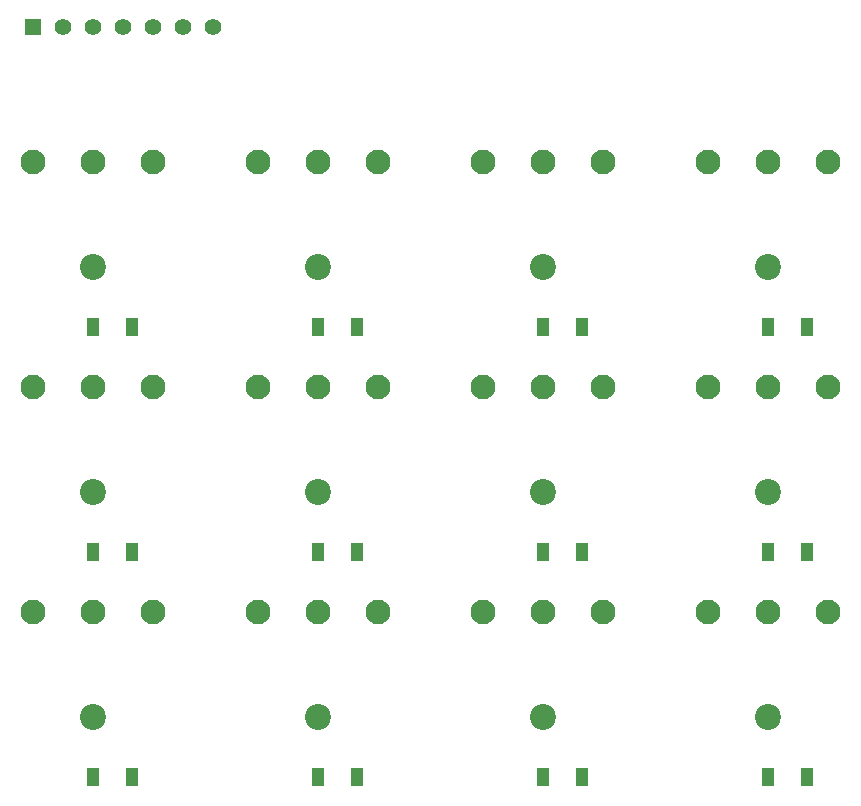
<source format=gtl>
G04 (created by PCBNEW (2013-07-07 BZR 4022)-stable) date 08/11/2015 21:30:27*
%MOIN*%
G04 Gerber Fmt 3.4, Leading zero omitted, Abs format*
%FSLAX34Y34*%
G01*
G70*
G90*
G04 APERTURE LIST*
%ADD10C,0.00590551*%
%ADD11R,0.055X0.055*%
%ADD12C,0.055*%
%ADD13R,0.0433071X0.0649606*%
%ADD14C,0.0826772*%
%ADD15C,0.0866142*%
G04 APERTURE END LIST*
G54D10*
G54D11*
X47400Y-28800D03*
G54D12*
X48400Y-28800D03*
X49400Y-28800D03*
X50400Y-28800D03*
X51400Y-28800D03*
X52400Y-28800D03*
X53400Y-28800D03*
G54D13*
X49400Y-38800D03*
X50699Y-38800D03*
X71900Y-53800D03*
X73199Y-53800D03*
X64400Y-53800D03*
X65699Y-53800D03*
X56900Y-53800D03*
X58199Y-53800D03*
X49400Y-53800D03*
X50699Y-53800D03*
X71900Y-46300D03*
X73199Y-46300D03*
X64400Y-46300D03*
X65699Y-46300D03*
X56900Y-46300D03*
X58199Y-46300D03*
X49400Y-46300D03*
X50699Y-46300D03*
X71900Y-38800D03*
X73199Y-38800D03*
X64400Y-38800D03*
X65699Y-38800D03*
X56900Y-38800D03*
X58199Y-38800D03*
G54D14*
X51400Y-33300D03*
X47400Y-33300D03*
G54D15*
X49400Y-36800D03*
G54D14*
X49400Y-33300D03*
X73900Y-48300D03*
X69900Y-48300D03*
G54D15*
X71900Y-51800D03*
G54D14*
X71900Y-48300D03*
X66400Y-48300D03*
X62400Y-48300D03*
G54D15*
X64400Y-51800D03*
G54D14*
X64400Y-48300D03*
X58900Y-48300D03*
X54900Y-48300D03*
G54D15*
X56900Y-51800D03*
G54D14*
X56900Y-48300D03*
X51400Y-48300D03*
X47400Y-48300D03*
G54D15*
X49400Y-51800D03*
G54D14*
X49400Y-48300D03*
X73900Y-40800D03*
X69900Y-40800D03*
G54D15*
X71900Y-44300D03*
G54D14*
X71900Y-40800D03*
X73900Y-33300D03*
X69900Y-33300D03*
G54D15*
X71900Y-36800D03*
G54D14*
X71900Y-33300D03*
X66400Y-40800D03*
X62400Y-40800D03*
G54D15*
X64400Y-44300D03*
G54D14*
X64400Y-40800D03*
X58900Y-40800D03*
X54900Y-40800D03*
G54D15*
X56900Y-44300D03*
G54D14*
X56900Y-40800D03*
X51400Y-40800D03*
X47400Y-40800D03*
G54D15*
X49400Y-44300D03*
G54D14*
X49400Y-40800D03*
X66400Y-33300D03*
X62400Y-33300D03*
G54D15*
X64400Y-36800D03*
G54D14*
X64400Y-33300D03*
X58900Y-33300D03*
X54900Y-33300D03*
G54D15*
X56900Y-36800D03*
G54D14*
X56900Y-33300D03*
M02*

</source>
